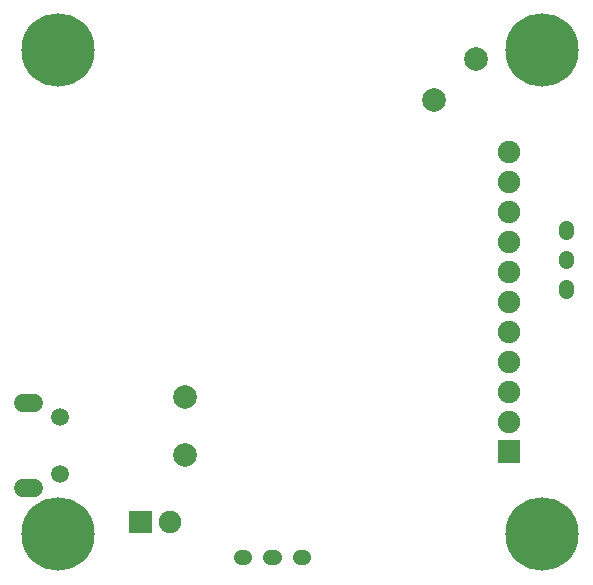
<source format=gbs>
G04 Layer: BottomSolderMaskLayer*
G04 EasyEDA v6.4.19.5, 2021-06-01T19:55:23+08:00*
G04 f6417cd83a5c4070a8feff0417839a82,e682ae8673584cf28fd3bb4b7cd2207e,10*
G04 Gerber Generator version 0.2*
G04 Scale: 100 percent, Rotated: No, Reflected: No *
G04 Dimensions in inches *
G04 leading zeros omitted , absolute positions ,3 integer and 6 decimal *
%FSLAX36Y36*%
%MOIN*%

%ADD53C,0.0592*%
%ADD55C,0.0513*%
%ADD58C,0.0789*%
%ADD75C,0.0749*%
%ADD77C,0.2442*%

%LPD*%
D53*
X95156Y-1636729D02*
G01*
X59724Y-1636729D01*
X95156Y-1353270D02*
G01*
X59724Y-1353270D01*
D55*
X785675Y-1865000D02*
G01*
X797485Y-1865000D01*
X884094Y-1865000D02*
G01*
X895906Y-1865000D01*
X982515Y-1865000D02*
G01*
X994324Y-1865000D01*
X1870000Y-979335D02*
G01*
X1870000Y-967525D01*
X1870000Y-880916D02*
G01*
X1870000Y-869104D01*
X1870000Y-782485D02*
G01*
X1870000Y-770675D01*
D58*
G01*
X1569600Y-205399D03*
G01*
X1430399Y-344600D03*
G01*
X600000Y-1333939D03*
G01*
X600000Y-1526060D03*
D53*
G01*
X182559Y-1399529D03*
G01*
X182559Y-1590470D03*
G36*
X1642500Y-1552500D02*
G01*
X1642500Y-1477500D01*
X1717500Y-1477500D01*
X1717500Y-1552500D01*
G37*
D75*
G01*
X1680000Y-1415000D03*
G01*
X1680000Y-1315000D03*
G01*
X1680000Y-1215000D03*
G01*
X1680000Y-1115000D03*
G01*
X1680000Y-1015000D03*
G01*
X1680000Y-915000D03*
G01*
X1680000Y-815000D03*
G01*
X1680000Y-715000D03*
G01*
X1680000Y-615000D03*
G01*
X1680000Y-515000D03*
D77*
G01*
X1791340Y-177170D03*
G01*
X177170Y-177170D03*
G01*
X177170Y-1791340D03*
G01*
X1791340Y-1791340D03*
G36*
X413299Y-1787500D02*
G01*
X413299Y-1712500D01*
X488299Y-1712500D01*
X488299Y-1787500D01*
G37*
D75*
G01*
X549209Y-1750000D03*
M02*

</source>
